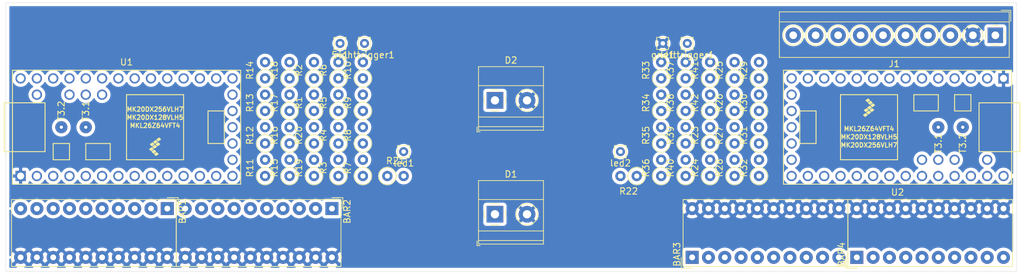
<source format=kicad_pcb>
(kicad_pcb (version 20171130) (host pcbnew 5.1.4+dfsg1-1)
  (layers (0 F.Cu signal) (31 B.Cu signal) (34 B.Paste user) (35 F.Paste user) (36 B.SilkS user) (37 F.SilkS user) (38 B.Mask user) (39 F.Mask user) (44 Edge.Cuts user))
  (net 0 "")
  (net 1 +5V)
  (net 2 GND)
  (net 3 "Net-(BAR1-Pad9)")
  (net 4 "Net-(BAR1-Pad10)")
  (net 5 "Net-(BAR1-Pad8)")
  (net 6 "Net-(BAR1-Pad7)")
  (net 7 "Net-(BAR1-Pad6)")
  (net 8 "Net-(BAR1-Pad5)")
  (net 9 "Net-(BAR1-Pad4)")
  (net 10 "Net-(BAR1-Pad3)")
  (net 11 "Net-(BAR1-Pad2)")
  (net 12 "Net-(BAR1-Pad1)")
  (net 13 "Net-(BAR2-Pad9)")
  (net 14 "Net-(BAR2-Pad10)")
  (net 15 "Net-(BAR2-Pad8)")
  (net 16 "Net-(BAR2-Pad7)")
  (net 17 "Net-(BAR2-Pad6)")
  (net 18 "Net-(BAR2-Pad5)")
  (net 19 "Net-(BAR2-Pad4)")
  (net 20 "Net-(BAR2-Pad3)")
  (net 21 "Net-(BAR2-Pad2)")
  (net 22 "Net-(BAR2-Pad1)")
  (net 23 "Net-(BAR3-Pad9)")
  (net 24 "Net-(BAR3-Pad10)")
  (net 25 "Net-(BAR3-Pad8)")
  (net 26 "Net-(BAR3-Pad7)")
  (net 27 "Net-(BAR3-Pad6)")
  (net 28 "Net-(BAR3-Pad5)")
  (net 29 "Net-(BAR3-Pad4)")
  (net 30 "Net-(BAR3-Pad3)")
  (net 31 "Net-(BAR3-Pad2)")
  (net 32 "Net-(BAR3-Pad1)")
  (net 33 "Net-(BAR4-Pad9)")
  (net 34 "Net-(BAR4-Pad10)")
  (net 35 "Net-(BAR4-Pad8)")
  (net 36 "Net-(BAR4-Pad7)")
  (net 37 "Net-(BAR4-Pad6)")
  (net 38 "Net-(BAR4-Pad5)")
  (net 39 "Net-(BAR4-Pad4)")
  (net 40 "Net-(BAR4-Pad3)")
  (net 41 "Net-(BAR4-Pad2)")
  (net 42 "Net-(BAR4-Pad1)")
  (net 43 "Net-(D1-Pad1)")
  (net 44 "Net-(D2-Pad1)")
  (net 45 "Net-(J1-Pad10)")
  (net 46 "Net-(J1-Pad9)")
  (net 47 "Net-(J1-Pad8)")
  (net 48 "Net-(J1-Pad7)")
  (net 49 "Net-(J1-Pad6)")
  (net 50 "Net-(J1-Pad5)")
  (net 51 "Net-(J1-Pad4)")
  (net 52 "Net-(J1-Pad3)")
  (net 53 "Net-(R1-Pad1)")
  (net 54 "Net-(R2-Pad1)")
  (net 55 "Net-(R3-Pad1)")
  (net 56 "Net-(R4-Pad1)")
  (net 57 "Net-(R5-Pad1)")
  (net 58 "Net-(R6-Pad1)")
  (net 59 "Net-(R7-Pad1)")
  (net 60 "Net-(R8-Pad1)")
  (net 61 "Net-(R9-Pad1)")
  (net 62 "Net-(R10-Pad1)")
  (net 63 "Net-(R11-Pad1)")
  (net 64 "Net-(R12-Pad1)")
  (net 65 "Net-(R13-Pad1)")
  (net 66 "Net-(R14-Pad1)")
  (net 67 "Net-(R15-Pad1)")
  (net 68 "Net-(R16-Pad1)")
  (net 69 "Net-(R17-Pad1)")
  (net 70 "Net-(R18-Pad1)")
  (net 71 "Net-(R19-Pad1)")
  (net 72 "Net-(R20-Pad1)")
  (net 73 "Net-(R23-Pad1)")
  (net 74 "Net-(R24-Pad1)")
  (net 75 "Net-(R25-Pad1)")
  (net 76 "Net-(R26-Pad1)")
  (net 77 "Net-(R27-Pad1)")
  (net 78 "Net-(R28-Pad1)")
  (net 79 "Net-(R29-Pad1)")
  (net 80 "Net-(R30-Pad1)")
  (net 81 "Net-(R31-Pad1)")
  (net 82 "Net-(R32-Pad1)")
  (net 83 "Net-(R33-Pad1)")
  (net 84 "Net-(R34-Pad1)")
  (net 85 "Net-(R35-Pad1)")
  (net 86 "Net-(R36-Pad1)")
  (net 87 "Net-(R37-Pad1)")
  (net 88 "Net-(R38-Pad1)")
  (net 89 "Net-(R39-Pad1)")
  (net 90 "Net-(R40-Pad1)")
  (net 91 "Net-(R41-Pad1)")
  (net 92 "Net-(R42-Pad1)")
  (net 93 "Net-(U1-Pad37)")
  (net 94 "Net-(U1-Pad36)")
  (net 95 "Net-(U1-Pad35)")
  (net 96 "Net-(U1-Pad34)")
  (net 97 "Net-(U1-Pad32)")
  (net 98 "Net-(U1-Pad31)")
  (net 99 "Net-(U1-Pad27)")
  (net 100 "Net-(U1-Pad15)")
  (net 101 "Net-(U1-Pad16)")
  (net 102 "Net-(U1-Pad19)")
  (net 103 "Net-(U1-Pad18)")
  (net 104 "Net-(U1-Pad17)")
  (net 105 "Net-(U2-Pad37)")
  (net 106 "Net-(U2-Pad36)")
  (net 107 "Net-(U2-Pad35)")
  (net 108 "Net-(U2-Pad34)")
  (net 109 "Net-(U2-Pad32)")
  (net 110 "Net-(U2-Pad31)")
  (net 111 "Net-(U2-Pad27)")
  (net 112 "Net-(U2-Pad15)")
  (net 113 "Net-(U2-Pad16)")
  (net 114 "Net-(U2-Pad19)")
  (net 115 "Net-(U2-Pad18)")
  (net 116 "Net-(U2-Pad17)")
  (module lib:Teensy30_31_32_LC (layer F.Cu) (at 211.328 -16.129 180)
    (fp_text reference U2 (at 0 -10.16) (layer F.SilkS))
    (fp_text value Teensy3.2)
    (fp_text user MK20DX128VLH5 (at 4.445 -1.524) (layer F.SilkS) (effects (font (size 0.7 0.7))))
    (fp_text user MKL26Z64VFT4 (at 4.445 -0.254) (layer F.SilkS) (effects (font (size 0.7 0.7))))
    (fp_text user MK20DX256VLH7 (at 4.445 -2.794) (layer F.SilkS) (effects (font (size 0.7 0.7))))
    (fp_text user T3.1 (at -6.35 -2.54 90) (layer F.SilkS))
    (fp_text user T3.2 (at -10.16 -2.54 90) (layer F.SilkS))
    (pad 52 thru_hole circle (at -10.16 0 180) (size 1.9 1.9) (drill 0.5) (layers *.Cu *.Mask))
    (pad 52 thru_hole circle (at -6.35 0 180) (size 1.9 1.9) (drill 0.5) (layers *.Cu *.Mask))
    (pad 1 thru_hole rect (at -16.51 7.62 180) (size 1.6 1.6) (drill 1.1) (layers *.Cu *.Mask) (net 2 GND))
    (pad 2 thru_hole circle (at -13.97 7.62 180) (size 1.6 1.6) (drill 1.1) (layers *.Cu *.Mask) (net 82 "Net-(R32-Pad1)"))
    (pad 3 thru_hole circle (at -11.43 7.62 180) (size 1.6 1.6) (drill 1.1) (layers *.Cu *.Mask) (net 81 "Net-(R31-Pad1)"))
    (pad 4 thru_hole circle (at -8.89 7.62 180) (size 1.6 1.6) (drill 1.1) (layers *.Cu *.Mask) (net 80 "Net-(R30-Pad1)"))
    (pad 5 thru_hole circle (at -6.35 7.62 180) (size 1.6 1.6) (drill 1.1) (layers *.Cu *.Mask) (net 79 "Net-(R29-Pad1)"))
    (pad 6 thru_hole circle (at -3.81 7.62 180) (size 1.6 1.6) (drill 1.1) (layers *.Cu *.Mask) (net 78 "Net-(R28-Pad1)"))
    (pad 7 thru_hole circle (at -1.27 7.62 180) (size 1.6 1.6) (drill 1.1) (layers *.Cu *.Mask) (net 77 "Net-(R27-Pad1)"))
    (pad 8 thru_hole circle (at 1.27 7.62 180) (size 1.6 1.6) (drill 1.1) (layers *.Cu *.Mask) (net 76 "Net-(R26-Pad1)"))
    (pad 9 thru_hole circle (at 3.81 7.62 180) (size 1.6 1.6) (drill 1.1) (layers *.Cu *.Mask) (net 75 "Net-(R25-Pad1)"))
    (pad 10 thru_hole circle (at 6.35 7.62 180) (size 1.6 1.6) (drill 1.1) (layers *.Cu *.Mask) (net 74 "Net-(R24-Pad1)"))
    (pad 11 thru_hole circle (at 8.89 7.62 180) (size 1.6 1.6) (drill 1.1) (layers *.Cu *.Mask) (net 73 "Net-(R23-Pad1)"))
    (pad 12 thru_hole circle (at 11.43 7.62 180) (size 1.6 1.6) (drill 1.1) (layers *.Cu *.Mask) (net 92 "Net-(R42-Pad1)"))
    (pad 13 thru_hole circle (at 13.97 7.62 180) (size 1.6 1.6) (drill 1.1) (layers *.Cu *.Mask) (net 91 "Net-(R41-Pad1)"))
    (pad 37 thru_hole circle (at -3.81 -5.08 180) (size 1.6 1.6) (drill 1.1) (layers *.Cu *.Mask) (net 105 "Net-(U2-Pad37)"))
    (pad 36 thru_hole circle (at -6.35 -5.08 180) (size 1.6 1.6) (drill 1.1) (layers *.Cu *.Mask) (net 106 "Net-(U2-Pad36)"))
    (pad 35 thru_hole circle (at -8.89 -5.08 180) (size 1.6 1.6) (drill 1.1) (layers *.Cu *.Mask) (net 107 "Net-(U2-Pad35)"))
    (pad 34 thru_hole circle (at -13.97 -5.08 180) (size 1.6 1.6) (drill 1.1) (layers *.Cu *.Mask) (net 108 "Net-(U2-Pad34)"))
    (pad 33 thru_hole circle (at -16.51 -7.62 180) (size 1.6 1.6) (drill 1.1) (layers *.Cu *.Mask) (net 1 +5V))
    (pad 32 thru_hole circle (at -13.97 -7.62 180) (size 1.6 1.6) (drill 1.1) (layers *.Cu *.Mask) (net 109 "Net-(U2-Pad32)"))
    (pad 31 thru_hole circle (at -11.43 -7.62 180) (size 1.6 1.6) (drill 1.1) (layers *.Cu *.Mask) (net 110 "Net-(U2-Pad31)"))
    (pad 30 thru_hole circle (at -8.89 -7.62 180) (size 1.6 1.6) (drill 1.1) (layers *.Cu *.Mask) (net 51 "Net-(J1-Pad4)"))
    (pad 29 thru_hole circle (at -6.35 -7.62 180) (size 1.6 1.6) (drill 1.1) (layers *.Cu *.Mask) (net 45 "Net-(J1-Pad10)"))
    (pad 28 thru_hole circle (at -3.81 -7.62 180) (size 1.6 1.6) (drill 1.1) (layers *.Cu *.Mask) (net 46 "Net-(J1-Pad9)"))
    (pad 27 thru_hole circle (at -1.27 -7.62 180) (size 1.6 1.6) (drill 1.1) (layers *.Cu *.Mask) (net 111 "Net-(U2-Pad27)"))
    (pad 26 thru_hole circle (at 1.27 -7.62 180) (size 1.6 1.6) (drill 1.1) (layers *.Cu *.Mask) (net 83 "Net-(R33-Pad1)"))
    (pad 25 thru_hole circle (at 3.81 -7.62 180) (size 1.6 1.6) (drill 1.1) (layers *.Cu *.Mask) (net 84 "Net-(R34-Pad1)"))
    (pad 24 thru_hole circle (at 6.35 -7.62 180) (size 1.6 1.6) (drill 1.1) (layers *.Cu *.Mask) (net 85 "Net-(R35-Pad1)"))
    (pad 23 thru_hole circle (at 8.89 -7.62 180) (size 1.6 1.6) (drill 1.1) (layers *.Cu *.Mask) (net 86 "Net-(R36-Pad1)"))
    (pad 22 thru_hole circle (at 11.43 -7.62 180) (size 1.6 1.6) (drill 1.1) (layers *.Cu *.Mask) (net 87 "Net-(R37-Pad1)"))
    (pad 21 thru_hole circle (at 13.97 -7.62 180) (size 1.6 1.6) (drill 1.1) (layers *.Cu *.Mask) (net 88 "Net-(R38-Pad1)"))
    (pad 14 thru_hole circle (at 16.51 7.62 180) (size 1.6 1.6) (drill 1.1) (layers *.Cu *.Mask) (net 90 "Net-(R40-Pad1)"))
    (pad 15 thru_hole circle (at 16.51 5.08 180) (size 1.6 1.6) (drill 1.1) (layers *.Cu *.Mask) (net 112 "Net-(U2-Pad15)"))
    (pad 16 thru_hole circle (at 16.51 2.54 180) (size 1.6 1.6) (drill 1.1) (layers *.Cu *.Mask) (net 113 "Net-(U2-Pad16)"))
    (pad 20 thru_hole circle (at 16.51 -7.62 180) (size 1.6 1.6) (drill 1.1) (layers *.Cu *.Mask) (net 89 "Net-(R39-Pad1)"))
    (pad 19 thru_hole circle (at 16.51 -5.08 180) (size 1.6 1.6) (drill 1.1) (layers *.Cu *.Mask) (net 114 "Net-(U2-Pad19)"))
    (pad 18 thru_hole circle (at 16.51 -2.54 180) (size 1.6 1.6) (drill 1.1) (layers *.Cu *.Mask) (net 115 "Net-(U2-Pad18)"))
    (pad 17 thru_hole circle (at 16.51 0 180) (size 1.6 1.6) (drill 1.1) (layers *.Cu *.Mask) (net 116 "Net-(U2-Pad17)"))
  )
  (module lib:Teensy30_31_32_LC (layer F.Cu) (at 91.186 -16.129)
    (fp_text reference U1 (at 0 -10.16) (layer F.SilkS))
    (fp_text value Teensy3.2)
    (fp_text user MK20DX128VLH5 (at 4.445 -1.524) (layer F.SilkS) (effects (font (size 0.7 0.7))))
    (fp_text user MKL26Z64VFT4 (at 4.445 -0.254) (layer F.SilkS) (effects (font (size 0.7 0.7))))
    (fp_text user MK20DX256VLH7 (at 4.445 -2.794) (layer F.SilkS) (effects (font (size 0.7 0.7))))
    (fp_text user T3.1 (at -6.35 -2.54 90) (layer F.SilkS))
    (fp_text user T3.2 (at -10.16 -2.54 90) (layer F.SilkS))
    (pad 52 thru_hole circle (at -10.16 0) (size 1.9 1.9) (drill 0.5) (layers *.Cu *.Mask))
    (pad 52 thru_hole circle (at -6.35 0) (size 1.9 1.9) (drill 0.5) (layers *.Cu *.Mask))
    (pad 1 thru_hole rect (at -16.51 7.62) (size 1.6 1.6) (drill 1.1) (layers *.Cu *.Mask) (net 2 GND))
    (pad 2 thru_hole circle (at -13.97 7.62) (size 1.6 1.6) (drill 1.1) (layers *.Cu *.Mask) (net 63 "Net-(R11-Pad1)"))
    (pad 3 thru_hole circle (at -11.43 7.62) (size 1.6 1.6) (drill 1.1) (layers *.Cu *.Mask) (net 64 "Net-(R12-Pad1)"))
    (pad 4 thru_hole circle (at -8.89 7.62) (size 1.6 1.6) (drill 1.1) (layers *.Cu *.Mask) (net 65 "Net-(R13-Pad1)"))
    (pad 5 thru_hole circle (at -6.35 7.62) (size 1.6 1.6) (drill 1.1) (layers *.Cu *.Mask) (net 66 "Net-(R14-Pad1)"))
    (pad 6 thru_hole circle (at -3.81 7.62) (size 1.6 1.6) (drill 1.1) (layers *.Cu *.Mask) (net 67 "Net-(R15-Pad1)"))
    (pad 7 thru_hole circle (at -1.27 7.62) (size 1.6 1.6) (drill 1.1) (layers *.Cu *.Mask) (net 68 "Net-(R16-Pad1)"))
    (pad 8 thru_hole circle (at 1.27 7.62) (size 1.6 1.6) (drill 1.1) (layers *.Cu *.Mask) (net 69 "Net-(R17-Pad1)"))
    (pad 9 thru_hole circle (at 3.81 7.62) (size 1.6 1.6) (drill 1.1) (layers *.Cu *.Mask) (net 70 "Net-(R18-Pad1)"))
    (pad 10 thru_hole circle (at 6.35 7.62) (size 1.6 1.6) (drill 1.1) (layers *.Cu *.Mask) (net 71 "Net-(R19-Pad1)"))
    (pad 11 thru_hole circle (at 8.89 7.62) (size 1.6 1.6) (drill 1.1) (layers *.Cu *.Mask) (net 72 "Net-(R20-Pad1)"))
    (pad 12 thru_hole circle (at 11.43 7.62) (size 1.6 1.6) (drill 1.1) (layers *.Cu *.Mask) (net 53 "Net-(R1-Pad1)"))
    (pad 13 thru_hole circle (at 13.97 7.62) (size 1.6 1.6) (drill 1.1) (layers *.Cu *.Mask) (net 54 "Net-(R2-Pad1)"))
    (pad 37 thru_hole circle (at -3.81 -5.08) (size 1.6 1.6) (drill 1.1) (layers *.Cu *.Mask) (net 93 "Net-(U1-Pad37)"))
    (pad 36 thru_hole circle (at -6.35 -5.08) (size 1.6 1.6) (drill 1.1) (layers *.Cu *.Mask) (net 94 "Net-(U1-Pad36)"))
    (pad 35 thru_hole circle (at -8.89 -5.08) (size 1.6 1.6) (drill 1.1) (layers *.Cu *.Mask) (net 95 "Net-(U1-Pad35)"))
    (pad 34 thru_hole circle (at -13.97 -5.08) (size 1.6 1.6) (drill 1.1) (layers *.Cu *.Mask) (net 96 "Net-(U1-Pad34)"))
    (pad 33 thru_hole circle (at -16.51 -7.62) (size 1.6 1.6) (drill 1.1) (layers *.Cu *.Mask) (net 1 +5V))
    (pad 32 thru_hole circle (at -13.97 -7.62) (size 1.6 1.6) (drill 1.1) (layers *.Cu *.Mask) (net 97 "Net-(U1-Pad32)"))
    (pad 31 thru_hole circle (at -11.43 -7.62) (size 1.6 1.6) (drill 1.1) (layers *.Cu *.Mask) (net 98 "Net-(U1-Pad31)"))
    (pad 30 thru_hole circle (at -8.89 -7.62) (size 1.6 1.6) (drill 1.1) (layers *.Cu *.Mask) (net 52 "Net-(J1-Pad3)"))
    (pad 29 thru_hole circle (at -6.35 -7.62) (size 1.6 1.6) (drill 1.1) (layers *.Cu *.Mask) (net 47 "Net-(J1-Pad8)"))
    (pad 28 thru_hole circle (at -3.81 -7.62) (size 1.6 1.6) (drill 1.1) (layers *.Cu *.Mask) (net 48 "Net-(J1-Pad7)"))
    (pad 27 thru_hole circle (at -1.27 -7.62) (size 1.6 1.6) (drill 1.1) (layers *.Cu *.Mask) (net 99 "Net-(U1-Pad27)"))
    (pad 26 thru_hole circle (at 1.27 -7.62) (size 1.6 1.6) (drill 1.1) (layers *.Cu *.Mask) (net 62 "Net-(R10-Pad1)"))
    (pad 25 thru_hole circle (at 3.81 -7.62) (size 1.6 1.6) (drill 1.1) (layers *.Cu *.Mask) (net 61 "Net-(R9-Pad1)"))
    (pad 24 thru_hole circle (at 6.35 -7.62) (size 1.6 1.6) (drill 1.1) (layers *.Cu *.Mask) (net 60 "Net-(R8-Pad1)"))
    (pad 23 thru_hole circle (at 8.89 -7.62) (size 1.6 1.6) (drill 1.1) (layers *.Cu *.Mask) (net 59 "Net-(R7-Pad1)"))
    (pad 22 thru_hole circle (at 11.43 -7.62) (size 1.6 1.6) (drill 1.1) (layers *.Cu *.Mask) (net 58 "Net-(R6-Pad1)"))
    (pad 21 thru_hole circle (at 13.97 -7.62) (size 1.6 1.6) (drill 1.1) (layers *.Cu *.Mask) (net 57 "Net-(R5-Pad1)"))
    (pad 14 thru_hole circle (at 16.51 7.62) (size 1.6 1.6) (drill 1.1) (layers *.Cu *.Mask) (net 55 "Net-(R3-Pad1)"))
    (pad 15 thru_hole circle (at 16.51 5.08) (size 1.6 1.6) (drill 1.1) (layers *.Cu *.Mask) (net 100 "Net-(U1-Pad15)"))
    (pad 16 thru_hole circle (at 16.51 2.54) (size 1.6 1.6) (drill 1.1) (layers *.Cu *.Mask) (net 101 "Net-(U1-Pad16)"))
    (pad 20 thru_hole circle (at 16.51 -7.62) (size 1.6 1.6) (drill 1.1) (layers *.Cu *.Mask) (net 56 "Net-(R4-Pad1)"))
    (pad 19 thru_hole circle (at 16.51 -5.08) (size 1.6 1.6) (drill 1.1) (layers *.Cu *.Mask) (net 102 "Net-(U1-Pad19)"))
    (pad 18 thru_hole circle (at 16.51 -2.54) (size 1.6 1.6) (drill 1.1) (layers *.Cu *.Mask) (net 103 "Net-(U1-Pad18)"))
    (pad 17 thru_hole circle (at 16.51 0) (size 1.6 1.6) (drill 1.1) (layers *.Cu *.Mask) (net 104 "Net-(U1-Pad17)"))
  )
  (module Connector_Pin:Pin_D0.7mm_L6.5mm_W1.8mm_FlatFork (layer F.Cu) (at 128.27 -29.21)
    (fp_text reference righttrigger1 (at 0 1.8) (layer F.SilkS))
    (fp_text value "right trigger")
    (pad 1 thru_hole circle (at 0 0) (size 1.4 1.4) (drill 0.7) (layers *.Cu *.Mask) (net 52 "Net-(J1-Pad3)"))
  )
  (module Resistor_THT:R_Axial_DIN0207_L6.3mm_D2.5mm_P2.54mm_Vertical (layer F.Cu) (at 182.118 -18.669 90)
    (fp_text reference R42 (at 1.27 -2.37 90) (layer F.SilkS))
    (fp_text value R)
    (pad 2 thru_hole oval (at 2.54 0 90) (size 1.6 1.6) (drill 0.8) (layers *.Cu *.Mask) (net 24 "Net-(BAR3-Pad10)"))
    (pad 1 thru_hole circle (at 0 0 90) (size 1.6 1.6) (drill 0.8) (layers *.Cu *.Mask) (net 92 "Net-(R42-Pad1)"))
  )
  (module Resistor_THT:R_Axial_DIN0207_L6.3mm_D2.5mm_P2.54mm_Vertical (layer F.Cu) (at 182.118 -23.749 90)
    (fp_text reference R41 (at 1.27 -2.37 90) (layer F.SilkS))
    (fp_text value R)
    (pad 2 thru_hole oval (at 2.54 0 90) (size 1.6 1.6) (drill 0.8) (layers *.Cu *.Mask) (net 23 "Net-(BAR3-Pad9)"))
    (pad 1 thru_hole circle (at 0 0 90) (size 1.6 1.6) (drill 0.8) (layers *.Cu *.Mask) (net 91 "Net-(R41-Pad1)"))
  )
  (module Resistor_THT:R_Axial_DIN0207_L6.3mm_D2.5mm_P2.54mm_Vertical (layer F.Cu) (at 178.308 -8.509 90)
    (fp_text reference R40 (at 1.27 -2.37 90) (layer F.SilkS))
    (fp_text value R)
    (pad 2 thru_hole oval (at 2.54 0 90) (size 1.6 1.6) (drill 0.8) (layers *.Cu *.Mask) (net 25 "Net-(BAR3-Pad8)"))
    (pad 1 thru_hole circle (at 0 0 90) (size 1.6 1.6) (drill 0.8) (layers *.Cu *.Mask) (net 90 "Net-(R40-Pad1)"))
  )
  (module Resistor_THT:R_Axial_DIN0207_L6.3mm_D2.5mm_P2.54mm_Vertical (layer F.Cu) (at 178.308 -13.589 90)
    (fp_text reference R39 (at 1.27 -2.37 90) (layer F.SilkS))
    (fp_text value R)
    (pad 2 thru_hole oval (at 2.54 0 90) (size 1.6 1.6) (drill 0.8) (layers *.Cu *.Mask) (net 26 "Net-(BAR3-Pad7)"))
    (pad 1 thru_hole circle (at 0 0 90) (size 1.6 1.6) (drill 0.8) (layers *.Cu *.Mask) (net 89 "Net-(R39-Pad1)"))
  )
  (module Resistor_THT:R_Axial_DIN0207_L6.3mm_D2.5mm_P2.54mm_Vertical (layer F.Cu) (at 178.308 -18.669 90)
    (fp_text reference R38 (at 1.27 -2.37 90) (layer F.SilkS))
    (fp_text value R)
    (pad 2 thru_hole oval (at 2.54 0 90) (size 1.6 1.6) (drill 0.8) (layers *.Cu *.Mask) (net 27 "Net-(BAR3-Pad6)"))
    (pad 1 thru_hole circle (at 0 0 90) (size 1.6 1.6) (drill 0.8) (layers *.Cu *.Mask) (net 88 "Net-(R38-Pad1)"))
  )
  (module Resistor_THT:R_Axial_DIN0207_L6.3mm_D2.5mm_P2.54mm_Vertical (layer F.Cu) (at 178.308 -23.749 90)
    (fp_text reference R37 (at 1.27 -2.37 90) (layer F.SilkS))
    (fp_text value R)
    (pad 2 thru_hole oval (at 2.54 0 90) (size 1.6 1.6) (drill 0.8) (layers *.Cu *.Mask) (net 28 "Net-(BAR3-Pad5)"))
    (pad 1 thru_hole circle (at 0 0 90) (size 1.6 1.6) (drill 0.8) (layers *.Cu *.Mask) (net 87 "Net-(R37-Pad1)"))
  )
  (module Resistor_THT:R_Axial_DIN0207_L6.3mm_D2.5mm_P2.54mm_Vertical (layer F.Cu) (at 174.498 -8.509 90)
    (fp_text reference R36 (at 1.27 -2.37 90) (layer F.SilkS))
    (fp_text value R)
    (pad 2 thru_hole oval (at 2.54 0 90) (size 1.6 1.6) (drill 0.8) (layers *.Cu *.Mask) (net 29 "Net-(BAR3-Pad4)"))
    (pad 1 thru_hole circle (at 0 0 90) (size 1.6 1.6) (drill 0.8) (layers *.Cu *.Mask) (net 86 "Net-(R36-Pad1)"))
  )
  (module Resistor_THT:R_Axial_DIN0207_L6.3mm_D2.5mm_P2.54mm_Vertical (layer F.Cu) (at 174.498 -13.589 90)
    (fp_text reference R35 (at 1.27 -2.37 90) (layer F.SilkS))
    (fp_text value R)
    (pad 2 thru_hole oval (at 2.54 0 90) (size 1.6 1.6) (drill 0.8) (layers *.Cu *.Mask) (net 30 "Net-(BAR3-Pad3)"))
    (pad 1 thru_hole circle (at 0 0 90) (size 1.6 1.6) (drill 0.8) (layers *.Cu *.Mask) (net 85 "Net-(R35-Pad1)"))
  )
  (module Resistor_THT:R_Axial_DIN0207_L6.3mm_D2.5mm_P2.54mm_Vertical (layer F.Cu) (at 174.498 -18.669 90)
    (fp_text reference R34 (at 1.27 -2.37 90) (layer F.SilkS))
    (fp_text value R)
    (pad 2 thru_hole oval (at 2.54 0 90) (size 1.6 1.6) (drill 0.8) (layers *.Cu *.Mask) (net 31 "Net-(BAR3-Pad2)"))
    (pad 1 thru_hole circle (at 0 0 90) (size 1.6 1.6) (drill 0.8) (layers *.Cu *.Mask) (net 84 "Net-(R34-Pad1)"))
  )
  (module Resistor_THT:R_Axial_DIN0207_L6.3mm_D2.5mm_P2.54mm_Vertical (layer F.Cu) (at 174.498 -23.749 90)
    (fp_text reference R33 (at 1.27 -2.37 90) (layer F.SilkS))
    (fp_text value R)
    (pad 2 thru_hole oval (at 2.54 0 90) (size 1.6 1.6) (drill 0.8) (layers *.Cu *.Mask) (net 32 "Net-(BAR3-Pad1)"))
    (pad 1 thru_hole circle (at 0 0 90) (size 1.6 1.6) (drill 0.8) (layers *.Cu *.Mask) (net 83 "Net-(R33-Pad1)"))
  )
  (module Resistor_THT:R_Axial_DIN0207_L6.3mm_D2.5mm_P2.54mm_Vertical (layer F.Cu) (at 189.738 -8.509 90)
    (fp_text reference R32 (at 1.27 -2.37 90) (layer F.SilkS))
    (fp_text value R)
    (pad 2 thru_hole oval (at 2.54 0 90) (size 1.6 1.6) (drill 0.8) (layers *.Cu *.Mask) (net 34 "Net-(BAR4-Pad10)"))
    (pad 1 thru_hole circle (at 0 0 90) (size 1.6 1.6) (drill 0.8) (layers *.Cu *.Mask) (net 82 "Net-(R32-Pad1)"))
  )
  (module Resistor_THT:R_Axial_DIN0207_L6.3mm_D2.5mm_P2.54mm_Vertical (layer F.Cu) (at 189.738 -13.589 90)
    (fp_text reference R31 (at 1.27 -2.37 90) (layer F.SilkS))
    (fp_text value R)
    (pad 2 thru_hole oval (at 2.54 0 90) (size 1.6 1.6) (drill 0.8) (layers *.Cu *.Mask) (net 33 "Net-(BAR4-Pad9)"))
    (pad 1 thru_hole circle (at 0 0 90) (size 1.6 1.6) (drill 0.8) (layers *.Cu *.Mask) (net 81 "Net-(R31-Pad1)"))
  )
  (module Resistor_THT:R_Axial_DIN0207_L6.3mm_D2.5mm_P2.54mm_Vertical (layer F.Cu) (at 189.738 -18.669 90)
    (fp_text reference R30 (at 1.27 -2.37 90) (layer F.SilkS))
    (fp_text value R)
    (pad 2 thru_hole oval (at 2.54 0 90) (size 1.6 1.6) (drill 0.8) (layers *.Cu *.Mask) (net 35 "Net-(BAR4-Pad8)"))
    (pad 1 thru_hole circle (at 0 0 90) (size 1.6 1.6) (drill 0.8) (layers *.Cu *.Mask) (net 80 "Net-(R30-Pad1)"))
  )
  (module Resistor_THT:R_Axial_DIN0207_L6.3mm_D2.5mm_P2.54mm_Vertical (layer F.Cu) (at 189.738 -23.749 90)
    (fp_text reference R29 (at 1.27 -2.37 90) (layer F.SilkS))
    (fp_text value R)
    (pad 2 thru_hole oval (at 2.54 0 90) (size 1.6 1.6) (drill 0.8) (layers *.Cu *.Mask) (net 36 "Net-(BAR4-Pad7)"))
    (pad 1 thru_hole circle (at 0 0 90) (size 1.6 1.6) (drill 0.8) (layers *.Cu *.Mask) (net 79 "Net-(R29-Pad1)"))
  )
  (module Resistor_THT:R_Axial_DIN0207_L6.3mm_D2.5mm_P2.54mm_Vertical (layer F.Cu) (at 185.928 -8.509 90)
    (fp_text reference R28 (at 1.27 -2.37 90) (layer F.SilkS))
    (fp_text value R)
    (pad 2 thru_hole oval (at 2.54 0 90) (size 1.6 1.6) (drill 0.8) (layers *.Cu *.Mask) (net 37 "Net-(BAR4-Pad6)"))
    (pad 1 thru_hole circle (at 0 0 90) (size 1.6 1.6) (drill 0.8) (layers *.Cu *.Mask) (net 78 "Net-(R28-Pad1)"))
  )
  (module Resistor_THT:R_Axial_DIN0207_L6.3mm_D2.5mm_P2.54mm_Vertical (layer F.Cu) (at 185.928 -13.589 90)
    (fp_text reference R27 (at 1.27 -2.37 90) (layer F.SilkS))
    (fp_text value R)
    (pad 2 thru_hole oval (at 2.54 0 90) (size 1.6 1.6) (drill 0.8) (layers *.Cu *.Mask) (net 38 "Net-(BAR4-Pad5)"))
    (pad 1 thru_hole circle (at 0 0 90) (size 1.6 1.6) (drill 0.8) (layers *.Cu *.Mask) (net 77 "Net-(R27-Pad1)"))
  )
  (module Resistor_THT:R_Axial_DIN0207_L6.3mm_D2.5mm_P2.54mm_Vertical (layer F.Cu) (at 185.928 -18.669 90)
    (fp_text reference R26 (at 1.27 -2.37 90) (layer F.SilkS))
    (fp_text value R)
    (pad 2 thru_hole oval (at 2.54 0 90) (size 1.6 1.6) (drill 0.8) (layers *.Cu *.Mask) (net 39 "Net-(BAR4-Pad4)"))
    (pad 1 thru_hole circle (at 0 0 90) (size 1.6 1.6) (drill 0.8) (layers *.Cu *.Mask) (net 76 "Net-(R26-Pad1)"))
  )
  (module Resistor_THT:R_Axial_DIN0207_L6.3mm_D2.5mm_P2.54mm_Vertical (layer F.Cu) (at 185.928 -23.749 90)
    (fp_text reference R25 (at 1.27 -2.37 90) (layer F.SilkS))
    (fp_text value R)
    (pad 2 thru_hole oval (at 2.54 0 90) (size 1.6 1.6) (drill 0.8) (layers *.Cu *.Mask) (net 40 "Net-(BAR4-Pad3)"))
    (pad 1 thru_hole circle (at 0 0 90) (size 1.6 1.6) (drill 0.8) (layers *.Cu *.Mask) (net 75 "Net-(R25-Pad1)"))
  )
  (module Resistor_THT:R_Axial_DIN0207_L6.3mm_D2.5mm_P2.54mm_Vertical (layer F.Cu) (at 182.118 -8.509 90)
    (fp_text reference R24 (at 1.27 -2.37 90) (layer F.SilkS))
    (fp_text value R)
    (pad 2 thru_hole oval (at 2.54 0 90) (size 1.6 1.6) (drill 0.8) (layers *.Cu *.Mask) (net 41 "Net-(BAR4-Pad2)"))
    (pad 1 thru_hole circle (at 0 0 90) (size 1.6 1.6) (drill 0.8) (layers *.Cu *.Mask) (net 74 "Net-(R24-Pad1)"))
  )
  (module Resistor_THT:R_Axial_DIN0207_L6.3mm_D2.5mm_P2.54mm_Vertical (layer F.Cu) (at 182.118 -13.589 90)
    (fp_text reference R23 (at 1.27 -2.37 90) (layer F.SilkS))
    (fp_text value R)
    (pad 2 thru_hole oval (at 2.54 0 90) (size 1.6 1.6) (drill 0.8) (layers *.Cu *.Mask) (net 42 "Net-(BAR4-Pad1)"))
    (pad 1 thru_hole circle (at 0 0 90) (size 1.6 1.6) (drill 0.8) (layers *.Cu *.Mask) (net 73 "Net-(R23-Pad1)"))
  )
  (module Resistor_THT:R_Axial_DIN0207_L6.3mm_D2.5mm_P2.54mm_Vertical (layer F.Cu) (at 170.688 -8.509 180)
    (fp_text reference R22 (at 1.27 -2.37) (layer F.SilkS))
    (fp_text value R)
    (pad 2 thru_hole oval (at 2.54 0 180) (size 1.6 1.6) (drill 0.8) (layers *.Cu *.Mask) (net 44 "Net-(D2-Pad1)"))
    (pad 1 thru_hole circle (at 0 0 180) (size 1.6 1.6) (drill 0.8) (layers *.Cu *.Mask) (net 49 "Net-(J1-Pad6)"))
  )
  (module Resistor_THT:R_Axial_DIN0207_L6.3mm_D2.5mm_P2.54mm_Vertical (layer F.Cu) (at 131.826 -8.509)
    (fp_text reference R21 (at 1.27 -2.37) (layer F.SilkS))
    (fp_text value R)
    (pad 2 thru_hole oval (at 2.54 0) (size 1.6 1.6) (drill 0.8) (layers *.Cu *.Mask) (net 43 "Net-(D1-Pad1)"))
    (pad 1 thru_hole circle (at 0 0) (size 1.6 1.6) (drill 0.8) (layers *.Cu *.Mask) (net 50 "Net-(J1-Pad5)"))
  )
  (module Resistor_THT:R_Axial_DIN0207_L6.3mm_D2.5mm_P2.54mm_Vertical (layer F.Cu) (at 120.396 -13.589 90)
    (fp_text reference R20 (at 1.27 -2.37 90) (layer F.SilkS))
    (fp_text value R)
    (pad 2 thru_hole oval (at 2.54 0 90) (size 1.6 1.6) (drill 0.8) (layers *.Cu *.Mask) (net 12 "Net-(BAR1-Pad1)"))
    (pad 1 thru_hole circle (at 0 0 90) (size 1.6 1.6) (drill 0.8) (layers *.Cu *.Mask) (net 72 "Net-(R20-Pad1)"))
  )
  (module Resistor_THT:R_Axial_DIN0207_L6.3mm_D2.5mm_P2.54mm_Vertical (layer F.Cu) (at 120.396 -8.509 90)
    (fp_text reference R19 (at 1.27 -2.37 90) (layer F.SilkS))
    (fp_text value R)
    (pad 2 thru_hole oval (at 2.54 0 90) (size 1.6 1.6) (drill 0.8) (layers *.Cu *.Mask) (net 11 "Net-(BAR1-Pad2)"))
    (pad 1 thru_hole circle (at 0 0 90) (size 1.6 1.6) (drill 0.8) (layers *.Cu *.Mask) (net 71 "Net-(R19-Pad1)"))
  )
  (module Resistor_THT:R_Axial_DIN0207_L6.3mm_D2.5mm_P2.54mm_Vertical (layer F.Cu) (at 116.586 -23.749 90)
    (fp_text reference R18 (at 1.27 -2.37 90) (layer F.SilkS))
    (fp_text value R)
    (pad 2 thru_hole oval (at 2.54 0 90) (size 1.6 1.6) (drill 0.8) (layers *.Cu *.Mask) (net 10 "Net-(BAR1-Pad3)"))
    (pad 1 thru_hole circle (at 0 0 90) (size 1.6 1.6) (drill 0.8) (layers *.Cu *.Mask) (net 70 "Net-(R18-Pad1)"))
  )
  (module Resistor_THT:R_Axial_DIN0207_L6.3mm_D2.5mm_P2.54mm_Vertical (layer F.Cu) (at 116.586 -18.669 90)
    (fp_text reference R17 (at 1.27 -2.37 90) (layer F.SilkS))
    (fp_text value R)
    (pad 2 thru_hole oval (at 2.54 0 90) (size 1.6 1.6) (drill 0.8) (layers *.Cu *.Mask) (net 9 "Net-(BAR1-Pad4)"))
    (pad 1 thru_hole circle (at 0 0 90) (size 1.6 1.6) (drill 0.8) (layers *.Cu *.Mask) (net 69 "Net-(R17-Pad1)"))
  )
  (module Resistor_THT:R_Axial_DIN0207_L6.3mm_D2.5mm_P2.54mm_Vertical (layer F.Cu) (at 116.586 -13.589 90)
    (fp_text reference R16 (at 1.27 -2.37 90) (layer F.SilkS))
    (fp_text value R)
    (pad 2 thru_hole oval (at 2.54 0 90) (size 1.6 1.6) (drill 0.8) (layers *.Cu *.Mask) (net 8 "Net-(BAR1-Pad5)"))
    (pad 1 thru_hole circle (at 0 0 90) (size 1.6 1.6) (drill 0.8) (layers *.Cu *.Mask) (net 68 "Net-(R16-Pad1)"))
  )
  (module Resistor_THT:R_Axial_DIN0207_L6.3mm_D2.5mm_P2.54mm_Vertical (layer F.Cu) (at 116.586 -8.509 90)
    (fp_text reference R15 (at 1.27 -2.37 90) (layer F.SilkS))
    (fp_text value R)
    (pad 2 thru_hole oval (at 2.54 0 90) (size 1.6 1.6) (drill 0.8) (layers *.Cu *.Mask) (net 7 "Net-(BAR1-Pad6)"))
    (pad 1 thru_hole circle (at 0 0 90) (size 1.6 1.6) (drill 0.8) (layers *.Cu *.Mask) (net 67 "Net-(R15-Pad1)"))
  )
  (module Resistor_THT:R_Axial_DIN0207_L6.3mm_D2.5mm_P2.54mm_Vertical (layer F.Cu) (at 112.776 -23.749 90)
    (fp_text reference R14 (at 1.27 -2.37 90) (layer F.SilkS))
    (fp_text value R)
    (pad 2 thru_hole oval (at 2.54 0 90) (size 1.6 1.6) (drill 0.8) (layers *.Cu *.Mask) (net 6 "Net-(BAR1-Pad7)"))
    (pad 1 thru_hole circle (at 0 0 90) (size 1.6 1.6) (drill 0.8) (layers *.Cu *.Mask) (net 66 "Net-(R14-Pad1)"))
  )
  (module Resistor_THT:R_Axial_DIN0207_L6.3mm_D2.5mm_P2.54mm_Vertical (layer F.Cu) (at 112.776 -18.669 90)
    (fp_text reference R13 (at 1.27 -2.37 90) (layer F.SilkS))
    (fp_text value R)
    (pad 2 thru_hole oval (at 2.54 0 90) (size 1.6 1.6) (drill 0.8) (layers *.Cu *.Mask) (net 5 "Net-(BAR1-Pad8)"))
    (pad 1 thru_hole circle (at 0 0 90) (size 1.6 1.6) (drill 0.8) (layers *.Cu *.Mask) (net 65 "Net-(R13-Pad1)"))
  )
  (module Resistor_THT:R_Axial_DIN0207_L6.3mm_D2.5mm_P2.54mm_Vertical (layer F.Cu) (at 112.776 -13.589 90)
    (fp_text reference R12 (at 1.27 -2.37 90) (layer F.SilkS))
    (fp_text value R)
    (pad 2 thru_hole oval (at 2.54 0 90) (size 1.6 1.6) (drill 0.8) (layers *.Cu *.Mask) (net 3 "Net-(BAR1-Pad9)"))
    (pad 1 thru_hole circle (at 0 0 90) (size 1.6 1.6) (drill 0.8) (layers *.Cu *.Mask) (net 64 "Net-(R12-Pad1)"))
  )
  (module Resistor_THT:R_Axial_DIN0207_L6.3mm_D2.5mm_P2.54mm_Vertical (layer F.Cu) (at 112.776 -8.509 90)
    (fp_text reference R11 (at 1.27 -2.37 90) (layer F.SilkS))
    (fp_text value R)
    (pad 2 thru_hole oval (at 2.54 0 90) (size 1.6 1.6) (drill 0.8) (layers *.Cu *.Mask) (net 4 "Net-(BAR1-Pad10)"))
    (pad 1 thru_hole circle (at 0 0 90) (size 1.6 1.6) (drill 0.8) (layers *.Cu *.Mask) (net 63 "Net-(R11-Pad1)"))
  )
  (module Resistor_THT:R_Axial_DIN0207_L6.3mm_D2.5mm_P2.54mm_Vertical (layer F.Cu) (at 128.016 -23.749 90)
    (fp_text reference R10 (at 1.27 -2.37 90) (layer F.SilkS))
    (fp_text value R)
    (pad 2 thru_hole oval (at 2.54 0 90) (size 1.6 1.6) (drill 0.8) (layers *.Cu *.Mask) (net 22 "Net-(BAR2-Pad1)"))
    (pad 1 thru_hole circle (at 0 0 90) (size 1.6 1.6) (drill 0.8) (layers *.Cu *.Mask) (net 62 "Net-(R10-Pad1)"))
  )
  (module Resistor_THT:R_Axial_DIN0207_L6.3mm_D2.5mm_P2.54mm_Vertical (layer F.Cu) (at 128.016 -18.669 90)
    (fp_text reference R9 (at 1.27 -2.37 90) (layer F.SilkS))
    (fp_text value R)
    (pad 2 thru_hole oval (at 2.54 0 90) (size 1.6 1.6) (drill 0.8) (layers *.Cu *.Mask) (net 21 "Net-(BAR2-Pad2)"))
    (pad 1 thru_hole circle (at 0 0 90) (size 1.6 1.6) (drill 0.8) (layers *.Cu *.Mask) (net 61 "Net-(R9-Pad1)"))
  )
  (module Resistor_THT:R_Axial_DIN0207_L6.3mm_D2.5mm_P2.54mm_Vertical (layer F.Cu) (at 128.016 -13.589 90)
    (fp_text reference R8 (at 1.27 -2.37 90) (layer F.SilkS))
    (fp_text value R)
    (pad 2 thru_hole oval (at 2.54 0 90) (size 1.6 1.6) (drill 0.8) (layers *.Cu *.Mask) (net 20 "Net-(BAR2-Pad3)"))
    (pad 1 thru_hole circle (at 0 0 90) (size 1.6 1.6) (drill 0.8) (layers *.Cu *.Mask) (net 60 "Net-(R8-Pad1)"))
  )
  (module Resistor_THT:R_Axial_DIN0207_L6.3mm_D2.5mm_P2.54mm_Vertical (layer F.Cu) (at 128.016 -8.509 90)
    (fp_text reference R7 (at 1.27 -2.37 90) (layer F.SilkS))
    (fp_text value R)
    (pad 2 thru_hole oval (at 2.54 0 90) (size 1.6 1.6) (drill 0.8) (layers *.Cu *.Mask) (net 19 "Net-(BAR2-Pad4)"))
    (pad 1 thru_hole circle (at 0 0 90) (size 1.6 1.6) (drill 0.8) (layers *.Cu *.Mask) (net 59 "Net-(R7-Pad1)"))
  )
  (module Resistor_THT:R_Axial_DIN0207_L6.3mm_D2.5mm_P2.54mm_Vertical (layer F.Cu) (at 124.206 -23.749 90)
    (fp_text reference R6 (at 1.27 -2.37 90) (layer F.SilkS))
    (fp_text value R)
    (pad 2 thru_hole oval (at 2.54 0 90) (size 1.6 1.6) (drill 0.8) (layers *.Cu *.Mask) (net 18 "Net-(BAR2-Pad5)"))
    (pad 1 thru_hole circle (at 0 0 90) (size 1.6 1.6) (drill 0.8) (layers *.Cu *.Mask) (net 58 "Net-(R6-Pad1)"))
  )
  (module Resistor_THT:R_Axial_DIN0207_L6.3mm_D2.5mm_P2.54mm_Vertical (layer F.Cu) (at 124.206 -18.669 90)
    (fp_text reference R5 (at 1.27 -2.37 90) (layer F.SilkS))
    (fp_text value R)
    (pad 2 thru_hole oval (at 2.54 0 90) (size 1.6 1.6) (drill 0.8) (layers *.Cu *.Mask) (net 17 "Net-(BAR2-Pad6)"))
    (pad 1 thru_hole circle (at 0 0 90) (size 1.6 1.6) (drill 0.8) (layers *.Cu *.Mask) (net 57 "Net-(R5-Pad1)"))
  )
  (module Resistor_THT:R_Axial_DIN0207_L6.3mm_D2.5mm_P2.54mm_Vertical (layer F.Cu) (at 124.206 -13.589 90)
    (fp_text reference R4 (at 1.27 -2.37 90) (layer F.SilkS))
    (fp_text value R)
    (pad 2 thru_hole oval (at 2.54 0 90) (size 1.6 1.6) (drill 0.8) (layers *.Cu *.Mask) (net 16 "Net-(BAR2-Pad7)"))
    (pad 1 thru_hole circle (at 0 0 90) (size 1.6 1.6) (drill 0.8) (layers *.Cu *.Mask) (net 56 "Net-(R4-Pad1)"))
  )
  (module Resistor_THT:R_Axial_DIN0207_L6.3mm_D2.5mm_P2.54mm_Vertical (layer F.Cu) (at 124.206 -8.509 90)
    (fp_text reference R3 (at 1.27 -2.37 90) (layer F.SilkS))
    (fp_text value R)
    (pad 2 thru_hole oval (at 2.54 0 90) (size 1.6 1.6) (drill 0.8) (layers *.Cu *.Mask) (net 15 "Net-(BAR2-Pad8)"))
    (pad 1 thru_hole circle (at 0 0 90) (size 1.6 1.6) (drill 0.8) (layers *.Cu *.Mask) (net 55 "Net-(R3-Pad1)"))
  )
  (module Resistor_THT:R_Axial_DIN0207_L6.3mm_D2.5mm_P2.54mm_Vertical (layer F.Cu) (at 120.396 -23.749 90)
    (fp_text reference R2 (at 1.27 -2.37 90) (layer F.SilkS))
    (fp_text value R)
    (pad 2 thru_hole oval (at 2.54 0 90) (size 1.6 1.6) (drill 0.8) (layers *.Cu *.Mask) (net 13 "Net-(BAR2-Pad9)"))
    (pad 1 thru_hole circle (at 0 0 90) (size 1.6 1.6) (drill 0.8) (layers *.Cu *.Mask) (net 54 "Net-(R2-Pad1)"))
  )
  (module Resistor_THT:R_Axial_DIN0207_L6.3mm_D2.5mm_P2.54mm_Vertical (layer F.Cu) (at 120.396 -18.669 90)
    (fp_text reference R1 (at 1.27 -2.37 90) (layer F.SilkS))
    (fp_text value R)
    (pad 2 thru_hole oval (at 2.54 0 90) (size 1.6 1.6) (drill 0.8) (layers *.Cu *.Mask) (net 14 "Net-(BAR2-Pad10)"))
    (pad 1 thru_hole circle (at 0 0 90) (size 1.6 1.6) (drill 0.8) (layers *.Cu *.Mask) (net 53 "Net-(R1-Pad1)"))
  )
  (module Connector_Pin:Pin_D0.7mm_L6.5mm_W1.8mm_FlatFork (layer F.Cu) (at 178.562 -29.21)
    (fp_text reference lefttrigger1 (at 0 1.8) (layer F.SilkS))
    (fp_text value "left trigger")
    (pad 1 thru_hole circle (at 0 0) (size 1.4 1.4) (drill 0.7) (layers *.Cu *.Mask) (net 51 "Net-(J1-Pad4)"))
  )
  (module Connector_Pin:Pin_D0.7mm_L6.5mm_W1.8mm_FlatFork (layer F.Cu) (at 168.148 -12.319)
    (fp_text reference led2 (at 0 1.8) (layer F.SilkS))
    (fp_text value "LED2 test")
    (pad 1 thru_hole circle (at 0 0) (size 1.4 1.4) (drill 0.7) (layers *.Cu *.Mask) (net 49 "Net-(J1-Pad6)"))
  )
  (module Connector_Pin:Pin_D0.7mm_L6.5mm_W1.8mm_FlatFork (layer F.Cu) (at 134.366 -12.319)
    (fp_text reference led1 (at 0 1.8) (layer F.SilkS))
    (fp_text value "LED1 test")
    (pad 1 thru_hole circle (at 0 0) (size 1.4 1.4) (drill 0.7) (layers *.Cu *.Mask) (net 50 "Net-(J1-Pad5)"))
  )
  (module TerminalBlock_4Ucon:TerminalBlock_4Ucon_1x10_P3.50mm_Horizontal (layer F.Cu) (at 226.568 -30.48 180)
    (fp_text reference J1 (at 15.75 -4.46) (layer F.SilkS))
    (fp_text value Screw_Terminal_01x10)
    (pad 10 thru_hole circle (at 31.5 0 180) (size 2.4 2.4) (drill 1.2) (layers *.Cu *.Mask) (net 45 "Net-(J1-Pad10)"))
    (pad 9 thru_hole circle (at 28 0 180) (size 2.4 2.4) (drill 1.2) (layers *.Cu *.Mask) (net 46 "Net-(J1-Pad9)"))
    (pad 8 thru_hole circle (at 24.5 0 180) (size 2.4 2.4) (drill 1.2) (layers *.Cu *.Mask) (net 47 "Net-(J1-Pad8)"))
    (pad 7 thru_hole circle (at 21 0 180) (size 2.4 2.4) (drill 1.2) (layers *.Cu *.Mask) (net 48 "Net-(J1-Pad7)"))
    (pad 6 thru_hole circle (at 17.5 0 180) (size 2.4 2.4) (drill 1.2) (layers *.Cu *.Mask) (net 49 "Net-(J1-Pad6)"))
    (pad 5 thru_hole circle (at 14 0 180) (size 2.4 2.4) (drill 1.2) (layers *.Cu *.Mask) (net 50 "Net-(J1-Pad5)"))
    (pad 4 thru_hole circle (at 10.5 0 180) (size 2.4 2.4) (drill 1.2) (layers *.Cu *.Mask) (net 51 "Net-(J1-Pad4)"))
    (pad 3 thru_hole circle (at 7 0 180) (size 2.4 2.4) (drill 1.2) (layers *.Cu *.Mask) (net 52 "Net-(J1-Pad3)"))
    (pad 2 thru_hole circle (at 3.5 0 180) (size 2.4 2.4) (drill 1.2) (layers *.Cu *.Mask) (net 2 GND))
    (pad 1 thru_hole rect (at 0 0 180) (size 2.4 2.4) (drill 1.2) (layers *.Cu *.Mask) (net 1 +5V))
  )
  (module Connector_Pin:Pin_D0.7mm_L6.5mm_W1.8mm_FlatFork (layer F.Cu) (at 174.752 -29.21)
    (fp_text reference gnd1 (at 0 1.8) (layer F.SilkS))
    (fp_text value GND)
    (pad 1 thru_hole circle (at 0 0) (size 1.4 1.4) (drill 0.7) (layers *.Cu *.Mask) (net 2 GND))
  )
  (module TerminalBlock_Phoenix:TerminalBlock_Phoenix_MKDS-1,5-2_1x02_P5.00mm_Horizontal (layer F.Cu) (at 148.59 -20.32)
    (fp_text reference D2 (at 2.5 -6.26) (layer F.SilkS))
    (fp_text value LED)
    (pad 2 thru_hole circle (at 5 0) (size 2.6 2.6) (drill 1.3) (layers *.Cu *.Mask) (net 2 GND))
    (pad 1 thru_hole rect (at 0 0) (size 2.6 2.6) (drill 1.3) (layers *.Cu *.Mask) (net 44 "Net-(D2-Pad1)"))
  )
  (module TerminalBlock_Phoenix:TerminalBlock_Phoenix_MKDS-1,5-2_1x02_P5.00mm_Horizontal (layer F.Cu) (at 148.59 -2.54)
    (fp_text reference D1 (at 2.5 -6.26) (layer F.SilkS))
    (fp_text value LED)
    (pad 2 thru_hole circle (at 5 0) (size 2.6 2.6) (drill 1.3) (layers *.Cu *.Mask) (net 2 GND))
    (pad 1 thru_hole rect (at 0 0) (size 2.6 2.6) (drill 1.3) (layers *.Cu *.Mask) (net 43 "Net-(D1-Pad1)"))
  )
  (module Display:HDSP-4830 (layer F.Cu) (at 204.978 4.191 90)
    (fp_text reference BAR4 (at 0.47 -2.37 90) (layer F.SilkS))
    (fp_text value HDSP-4830_2)
    (pad 20 thru_hole circle (at 7.62 0) (size 2.032 2.032) (drill 0.9144) (layers *.Cu *.Mask) (net 2 GND))
    (pad 19 thru_hole circle (at 7.62 2.54) (size 2.032 2.032) (drill 0.9144) (layers *.Cu *.Mask) (net 2 GND))
    (pad 18 thru_hole circle (at 7.62 5.08) (size 2.032 2.032) (drill 0.9144) (layers *.Cu *.Mask) (net 2 GND))
    (pad 17 thru_hole circle (at 7.62 7.62) (size 2.032 2.032) (drill 0.9144) (layers *.Cu *.Mask) (net 2 GND))
    (pad 9 thru_hole circle (at 0 20.32) (size 2.032 2.032) (drill 0.9144) (layers *.Cu *.Mask) (net 33 "Net-(BAR4-Pad9)"))
    (pad 10 thru_hole circle (at 0 22.86) (size 2.032 2.032) (drill 0.9144) (layers *.Cu *.Mask) (net 34 "Net-(BAR4-Pad10)"))
    (pad 11 thru_hole circle (at 7.62 22.86) (size 2.032 2.032) (drill 0.9144) (layers *.Cu *.Mask) (net 2 GND))
    (pad 12 thru_hole circle (at 7.62 20.32) (size 2.032 2.032) (drill 0.9144) (layers *.Cu *.Mask) (net 2 GND))
    (pad 8 thru_hole circle (at 0 17.78) (size 2.032 2.032) (drill 0.9144) (layers *.Cu *.Mask) (net 35 "Net-(BAR4-Pad8)"))
    (pad 7 thru_hole circle (at 0 15.24) (size 2.032 2.032) (drill 0.9144) (layers *.Cu *.Mask) (net 36 "Net-(BAR4-Pad7)"))
    (pad 6 thru_hole circle (at 0 12.7) (size 2.032 2.032) (drill 0.9144) (layers *.Cu *.Mask) (net 37 "Net-(BAR4-Pad6)"))
    (pad 5 thru_hole circle (at 0 10.16) (size 2.032 2.032) (drill 0.9144) (layers *.Cu *.Mask) (net 38 "Net-(BAR4-Pad5)"))
    (pad 16 thru_hole circle (at 7.62 10.16) (size 2.032 2.032) (drill 0.9144) (layers *.Cu *.Mask) (net 2 GND))
    (pad 15 thru_hole circle (at 7.62 12.7) (size 2.032 2.032) (drill 0.9144) (layers *.Cu *.Mask) (net 2 GND))
    (pad 14 thru_hole circle (at 7.62 15.24) (size 2.032 2.032) (drill 0.9144) (layers *.Cu *.Mask) (net 2 GND))
    (pad 13 thru_hole circle (at 7.62 17.78) (size 2.032 2.032) (drill 0.9144) (layers *.Cu *.Mask) (net 2 GND))
    (pad 4 thru_hole circle (at 0 7.62) (size 2.032 2.032) (drill 0.9144) (layers *.Cu *.Mask) (net 39 "Net-(BAR4-Pad4)"))
    (pad 3 thru_hole circle (at 0 5.08) (size 2.032 2.032) (drill 0.9144) (layers *.Cu *.Mask) (net 40 "Net-(BAR4-Pad3)"))
    (pad 2 thru_hole circle (at 0 2.54) (size 2.032 2.032) (drill 0.9144) (layers *.Cu *.Mask) (net 41 "Net-(BAR4-Pad2)"))
    (pad 1 thru_hole rect (at 0 0) (size 2.032 2.032) (drill 0.9144) (layers *.Cu *.Mask) (net 42 "Net-(BAR4-Pad1)"))
  )
  (module Display:HDSP-4830 (layer F.Cu) (at 179.324 4.191 90)
    (fp_text reference BAR3 (at 0.47 -2.37 90) (layer F.SilkS))
    (fp_text value HDSP-4830_2)
    (pad 20 thru_hole circle (at 7.62 0) (size 2.032 2.032) (drill 0.9144) (layers *.Cu *.Mask) (net 2 GND))
    (pad 19 thru_hole circle (at 7.62 2.54) (size 2.032 2.032) (drill 0.9144) (layers *.Cu *.Mask) (net 2 GND))
    (pad 18 thru_hole circle (at 7.62 5.08) (size 2.032 2.032) (drill 0.9144) (layers *.Cu *.Mask) (net 2 GND))
    (pad 17 thru_hole circle (at 7.62 7.62) (size 2.032 2.032) (drill 0.9144) (layers *.Cu *.Mask) (net 2 GND))
    (pad 9 thru_hole circle (at 0 20.32) (size 2.032 2.032) (drill 0.9144) (layers *.Cu *.Mask) (net 23 "Net-(BAR3-Pad9)"))
    (pad 10 thru_hole circle (at 0 22.86) (size 2.032 2.032) (drill 0.9144) (layers *.Cu *.Mask) (net 24 "Net-(BAR3-Pad10)"))
    (pad 11 thru_hole circle (at 7.62 22.86) (size 2.032 2.032) (drill 0.9144) (layers *.Cu *.Mask) (net 2 GND))
    (pad 12 thru_hole circle (at 7.62 20.32) (size 2.032 2.032) (drill 0.9144) (layers *.Cu *.Mask) (net 2 GND))
    (pad 8 thru_hole circle (at 0 17.78) (size 2.032 2.032) (drill 0.9144) (layers *.Cu *.Mask) (net 25 "Net-(BAR3-Pad8)"))
    (pad 7 thru_hole circle (at 0 15.24) (size 2.032 2.032) (drill 0.9144) (layers *.Cu *.Mask) (net 26 "Net-(BAR3-Pad7)"))
    (pad 6 thru_hole circle (at 0 12.7) (size 2.032 2.032) (drill 0.9144) (layers *.Cu *.Mask) (net 27 "Net-(BAR3-Pad6)"))
    (pad 5 thru_hole circle (at 0 10.16) (size 2.032 2.032) (drill 0.9144) (layers *.Cu *.Mask) (net 28 "Net-(BAR3-Pad5)"))
    (pad 16 thru_hole circle (at 7.62 10.16) (size 2.032 2.032) (drill 0.9144) (layers *.Cu *.Mask) (net 2 GND))
    (pad 15 thru_hole circle (at 7.62 12.7) (size 2.032 2.032) (drill 0.9144) (layers *.Cu *.Mask) (net 2 GND))
    (pad 14 thru_hole circle (at 7.62 15.24) (size 2.032 2.032) (drill 0.9144) (layers *.Cu *.Mask) (net 2 GND))
    (pad 13 thru_hole circle (at 7.62 17.78) (size 2.032 2.032) (drill 0.9144) (layers *.Cu *.Mask) (net 2 GND))
    (pad 4 thru_hole circle (at 0 7.62) (size 2.032 2.032) (drill 0.9144) (layers *.Cu *.Mask) (net 29 "Net-(BAR3-Pad4)"))
    (pad 3 thru_hole circle (at 0 5.08) (size 2.032 2.032) (drill 0.9144) (layers *.Cu *.Mask) (net 30 "Net-(BAR3-Pad3)"))
    (pad 2 thru_hole circle (at 0 2.54) (size 2.032 2.032) (drill 0.9144) (layers *.Cu *.Mask) (net 31 "Net-(BAR3-Pad2)"))
    (pad 1 thru_hole rect (at 0 0) (size 2.032 2.032) (drill 0.9144) (layers *.Cu *.Mask) (net 32 "Net-(BAR3-Pad1)"))
  )
  (module Display:HDSP-4830 (layer F.Cu) (at 123.19 -3.429 270)
    (fp_text reference BAR2 (at 0.47 -2.37 90) (layer F.SilkS))
    (fp_text value HDSP-4830_2)
    (pad 20 thru_hole circle (at 7.62 0 180) (size 2.032 2.032) (drill 0.9144) (layers *.Cu *.Mask) (net 2 GND))
    (pad 19 thru_hole circle (at 7.62 2.54 180) (size 2.032 2.032) (drill 0.9144) (layers *.Cu *.Mask) (net 2 GND))
    (pad 18 thru_hole circle (at 7.62 5.08 180) (size 2.032 2.032) (drill 0.9144) (layers *.Cu *.Mask) (net 2 GND))
    (pad 17 thru_hole circle (at 7.62 7.62 180) (size 2.032 2.032) (drill 0.9144) (layers *.Cu *.Mask) (net 2 GND))
    (pad 9 thru_hole circle (at 0 20.32 180) (size 2.032 2.032) (drill 0.9144) (layers *.Cu *.Mask) (net 13 "Net-(BAR2-Pad9)"))
    (pad 10 thru_hole circle (at 0 22.86 180) (size 2.032 2.032) (drill 0.9144) (layers *.Cu *.Mask) (net 14 "Net-(BAR2-Pad10)"))
    (pad 11 thru_hole circle (at 7.62 22.86 180) (size 2.032 2.032) (drill 0.9144) (layers *.Cu *.Mask) (net 2 GND))
    (pad 12 thru_hole circle (at 7.62 20.32 180) (size 2.032 2.032) (drill 0.9144) (layers *.Cu *.Mask) (net 2 GND))
    (pad 8 thru_hole circle (at 0 17.78 180) (size 2.032 2.032) (drill 0.9144) (layers *.Cu *.Mask) (net 15 "Net-(BAR2-Pad8)"))
    (pad 7 thru_hole circle (at 0 15.24 180) (size 2.032 2.032) (drill 0.9144) (layers *.Cu *.Mask) (net 16 "Net-(BAR2-Pad7)"))
    (pad 6 thru_hole circle (at 0 12.7 180) (size 2.032 2.032) (drill 0.9144) (layers *.Cu *.Mask) (net 17 "Net-(BAR2-Pad6)"))
    (pad 5 thru_hole circle (at 0 10.16 180) (size 2.032 2.032) (drill 0.9144) (layers *.Cu *.Mask) (net 18 "Net-(BAR2-Pad5)"))
    (pad 16 thru_hole circle (at 7.62 10.16 180) (size 2.032 2.032) (drill 0.9144) (layers *.Cu *.Mask) (net 2 GND))
    (pad 15 thru_hole circle (at 7.62 12.7 180) (size 2.032 2.032) (drill 0.9144) (layers *.Cu *.Mask) (net 2 GND))
    (pad 14 thru_hole circle (at 7.62 15.24 180) (size 2.032 2.032) (drill 0.9144) (layers *.Cu *.Mask) (net 2 GND))
    (pad 13 thru_hole circle (at 7.62 17.78 180) (size 2.032 2.032) (drill 0.9144) (layers *.Cu *.Mask) (net 2 GND))
    (pad 4 thru_hole circle (at 0 7.62 180) (size 2.032 2.032) (drill 0.9144) (layers *.Cu *.Mask) (net 19 "Net-(BAR2-Pad4)"))
    (pad 3 thru_hole circle (at 0 5.08 180) (size 2.032 2.032) (drill 0.9144) (layers *.Cu *.Mask) (net 20 "Net-(BAR2-Pad3)"))
    (pad 2 thru_hole circle (at 0 2.54 180) (size 2.032 2.032) (drill 0.9144) (layers *.Cu *.Mask) (net 21 "Net-(BAR2-Pad2)"))
    (pad 1 thru_hole rect (at 0 0 180) (size 2.032 2.032) (drill 0.9144) (layers *.Cu *.Mask) (net 22 "Net-(BAR2-Pad1)"))
  )
  (module Display:HDSP-4830 (layer F.Cu) (at 97.536 -3.429 270)
    (fp_text reference BAR1 (at 0.47 -2.37 90) (layer F.SilkS))
    (fp_text value HDSP-4830_2)
    (pad 20 thru_hole circle (at 7.62 0 180) (size 2.032 2.032) (drill 0.9144) (layers *.Cu *.Mask) (net 2 GND))
    (pad 19 thru_hole circle (at 7.62 2.54 180) (size 2.032 2.032) (drill 0.9144) (layers *.Cu *.Mask) (net 2 GND))
    (pad 18 thru_hole circle (at 7.62 5.08 180) (size 2.032 2.032) (drill 0.9144) (layers *.Cu *.Mask) (net 2 GND))
    (pad 17 thru_hole circle (at 7.62 7.62 180) (size 2.032 2.032) (drill 0.9144) (layers *.Cu *.Mask) (net 2 GND))
    (pad 9 thru_hole circle (at 0 20.32 180) (size 2.032 2.032) (drill 0.9144) (layers *.Cu *.Mask) (net 3 "Net-(BAR1-Pad9)"))
    (pad 10 thru_hole circle (at 0 22.86 180) (size 2.032 2.032) (drill 0.9144) (layers *.Cu *.Mask) (net 4 "Net-(BAR1-Pad10)"))
    (pad 11 thru_hole circle (at 7.62 22.86 180) (size 2.032 2.032) (drill 0.9144) (layers *.Cu *.Mask) (net 2 GND))
    (pad 12 thru_hole circle (at 7.62 20.32 180) (size 2.032 2.032) (drill 0.9144) (layers *.Cu *.Mask) (net 2 GND))
    (pad 8 thru_hole circle (at 0 17.78 180) (size 2.032 2.032) (drill 0.9144) (layers *.Cu *.Mask) (net 5 "Net-(BAR1-Pad8)"))
    (pad 7 thru_hole circle (at 0 15.24 180) (size 2.032 2.032) (drill 0.9144) (layers *.Cu *.Mask) (net 6 "Net-(BAR1-Pad7)"))
    (pad 6 thru_hole circle (at 0 12.7 180) (size 2.032 2.032) (drill 0.9144) (layers *.Cu *.Mask) (net 7 "Net-(BAR1-Pad6)"))
    (pad 5 thru_hole circle (at 0 10.16 180) (size 2.032 2.032) (drill 0.9144) (layers *.Cu *.Mask) (net 8 "Net-(BAR1-Pad5)"))
    (pad 16 thru_hole circle (at 7.62 10.16 180) (size 2.032 2.032) (drill 0.9144) (layers *.Cu *.Mask) (net 2 GND))
    (pad 15 thru_hole circle (at 7.62 12.7 180) (size 2.032 2.032) (drill 0.9144) (layers *.Cu *.Mask) (net 2 GND))
    (pad 14 thru_hole circle (at 7.62 15.24 180) (size 2.032 2.032) (drill 0.9144) (layers *.Cu *.Mask) (net 2 GND))
    (pad 13 thru_hole circle (at 7.62 17.78 180) (size 2.032 2.032) (drill 0.9144) (layers *.Cu *.Mask) (net 2 GND))
    (pad 4 thru_hole circle (at 0 7.62 180) (size 2.032 2.032) (drill 0.9144) (layers *.Cu *.Mask) (net 9 "Net-(BAR1-Pad4)"))
    (pad 3 thru_hole circle (at 0 5.08 180) (size 2.032 2.032) (drill 0.9144) (layers *.Cu *.Mask) (net 10 "Net-(BAR1-Pad3)"))
    (pad 2 thru_hole circle (at 0 2.54 180) (size 2.032 2.032) (drill 0.9144) (layers *.Cu *.Mask) (net 11 "Net-(BAR1-Pad2)"))
    (pad 1 thru_hole rect (at 0 0 180) (size 2.032 2.032) (drill 0.9144) (layers *.Cu *.Mask) (net 12 "Net-(BAR1-Pad1)"))
  )
  (module Connector_Pin:Pin_D0.7mm_L6.5mm_W1.8mm_FlatFork (layer F.Cu) (at 124.46 -29.21)
    (fp_text reference 5v1 (at 0 1.8) (layer F.SilkS))
    (fp_text value 5V)
    (pad 1 thru_hole circle (at 0 0) (size 1.4 1.4) (drill 0.7) (layers *.Cu *.Mask) (net 1 +5V))
  )
  (gr_line (start 72.39 -35.56) (end 72.39 6.35) (layer Edge.Cuts) (width 0.05))
  (gr_line (start 229.87 -35.56) (end 72.39 -35.56) (layer Edge.Cuts) (width 0.05))
  (gr_line (start 229.87 6.35) (end 229.87 -35.56) (layer Edge.Cuts) (width 0.05))
  (gr_line (start 72.39 6.35) (end 229.87 6.35) (layer Edge.Cuts) (width 0.05))
  (zone (net 2) (net_name GND) (layer B.Cu) (connect_pads (clearance 0.508)) (min_thickness 0.254) (fill yes (arc_segments 32) (thermal_gap 0.508) (thermal_bridge_width 0.508))
    (polygon (pts (xy 72.644 -35.306) (xy 72.644 6.096) (xy 229.616 6.096) (xy 229.616 -35.306)))
  )
)
</source>
